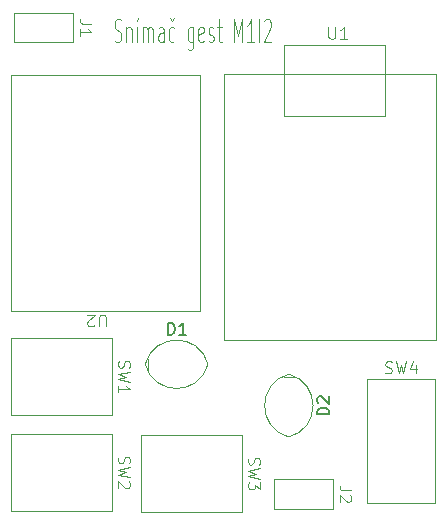
<source format=gbr>
%TF.GenerationSoftware,KiCad,Pcbnew,9.0.5+1*%
%TF.CreationDate,2025-11-07T16:33:50+01:00*%
%TF.ProjectId,PCB,5043422e-6b69-4636-9164-5f7063625858,rev?*%
%TF.SameCoordinates,Original*%
%TF.FileFunction,Legend,Top*%
%TF.FilePolarity,Positive*%
%FSLAX46Y46*%
G04 Gerber Fmt 4.6, Leading zero omitted, Abs format (unit mm)*
G04 Created by KiCad (PCBNEW 9.0.5+1) date 2025-11-07 16:33:50*
%MOMM*%
%LPD*%
G01*
G04 APERTURE LIST*
%ADD10C,0.100000*%
%ADD11C,0.150000*%
%ADD12C,0.120000*%
G04 APERTURE END LIST*
D10*
X-202243734Y11345200D02*
X-202100877Y11249961D01*
X-202100877Y11249961D02*
X-201862782Y11249961D01*
X-201862782Y11249961D02*
X-201767544Y11345200D01*
X-201767544Y11345200D02*
X-201719925Y11440438D01*
X-201719925Y11440438D02*
X-201672306Y11630914D01*
X-201672306Y11630914D02*
X-201672306Y11821390D01*
X-201672306Y11821390D02*
X-201719925Y12011866D01*
X-201719925Y12011866D02*
X-201767544Y12107104D01*
X-201767544Y12107104D02*
X-201862782Y12202342D01*
X-201862782Y12202342D02*
X-202053258Y12297580D01*
X-202053258Y12297580D02*
X-202148496Y12392819D01*
X-202148496Y12392819D02*
X-202196115Y12488057D01*
X-202196115Y12488057D02*
X-202243734Y12678533D01*
X-202243734Y12678533D02*
X-202243734Y12869009D01*
X-202243734Y12869009D02*
X-202196115Y13059485D01*
X-202196115Y13059485D02*
X-202148496Y13154723D01*
X-202148496Y13154723D02*
X-202053258Y13249961D01*
X-202053258Y13249961D02*
X-201815163Y13249961D01*
X-201815163Y13249961D02*
X-201672306Y13154723D01*
X-201243734Y12583295D02*
X-201243734Y11249961D01*
X-201243734Y12392819D02*
X-201196115Y12488057D01*
X-201196115Y12488057D02*
X-201100877Y12583295D01*
X-201100877Y12583295D02*
X-200958020Y12583295D01*
X-200958020Y12583295D02*
X-200862782Y12488057D01*
X-200862782Y12488057D02*
X-200815163Y12297580D01*
X-200815163Y12297580D02*
X-200815163Y11249961D01*
X-200338972Y11249961D02*
X-200338972Y12583295D01*
X-200243734Y13345200D02*
X-200386591Y13059485D01*
X-199862782Y11249961D02*
X-199862782Y12583295D01*
X-199862782Y12392819D02*
X-199815163Y12488057D01*
X-199815163Y12488057D02*
X-199719925Y12583295D01*
X-199719925Y12583295D02*
X-199577068Y12583295D01*
X-199577068Y12583295D02*
X-199481830Y12488057D01*
X-199481830Y12488057D02*
X-199434211Y12297580D01*
X-199434211Y12297580D02*
X-199434211Y11249961D01*
X-199434211Y12297580D02*
X-199386592Y12488057D01*
X-199386592Y12488057D02*
X-199291354Y12583295D01*
X-199291354Y12583295D02*
X-199148497Y12583295D01*
X-199148497Y12583295D02*
X-199053258Y12488057D01*
X-199053258Y12488057D02*
X-199005639Y12297580D01*
X-199005639Y12297580D02*
X-199005639Y11249961D01*
X-198100878Y11249961D02*
X-198100878Y12297580D01*
X-198100878Y12297580D02*
X-198148497Y12488057D01*
X-198148497Y12488057D02*
X-198243735Y12583295D01*
X-198243735Y12583295D02*
X-198434211Y12583295D01*
X-198434211Y12583295D02*
X-198529449Y12488057D01*
X-198100878Y11345200D02*
X-198196116Y11249961D01*
X-198196116Y11249961D02*
X-198434211Y11249961D01*
X-198434211Y11249961D02*
X-198529449Y11345200D01*
X-198529449Y11345200D02*
X-198577068Y11535676D01*
X-198577068Y11535676D02*
X-198577068Y11726152D01*
X-198577068Y11726152D02*
X-198529449Y11916628D01*
X-198529449Y11916628D02*
X-198434211Y12011866D01*
X-198434211Y12011866D02*
X-198196116Y12011866D01*
X-198196116Y12011866D02*
X-198100878Y12107104D01*
X-197196116Y11345200D02*
X-197291354Y11249961D01*
X-197291354Y11249961D02*
X-197481830Y11249961D01*
X-197481830Y11249961D02*
X-197577068Y11345200D01*
X-197577068Y11345200D02*
X-197624687Y11440438D01*
X-197624687Y11440438D02*
X-197672306Y11630914D01*
X-197672306Y11630914D02*
X-197672306Y12202342D01*
X-197672306Y12202342D02*
X-197624687Y12392819D01*
X-197624687Y12392819D02*
X-197577068Y12488057D01*
X-197577068Y12488057D02*
X-197481830Y12583295D01*
X-197481830Y12583295D02*
X-197291354Y12583295D01*
X-197291354Y12583295D02*
X-197196116Y12488057D01*
X-197577068Y13345200D02*
X-197386592Y13059485D01*
X-197386592Y13059485D02*
X-197196116Y13345200D01*
X-195577068Y12583295D02*
X-195577068Y10964247D01*
X-195577068Y10964247D02*
X-195624687Y10773771D01*
X-195624687Y10773771D02*
X-195672306Y10678533D01*
X-195672306Y10678533D02*
X-195767544Y10583295D01*
X-195767544Y10583295D02*
X-195910401Y10583295D01*
X-195910401Y10583295D02*
X-196005639Y10678533D01*
X-195577068Y11345200D02*
X-195672306Y11249961D01*
X-195672306Y11249961D02*
X-195862782Y11249961D01*
X-195862782Y11249961D02*
X-195958020Y11345200D01*
X-195958020Y11345200D02*
X-196005639Y11440438D01*
X-196005639Y11440438D02*
X-196053258Y11630914D01*
X-196053258Y11630914D02*
X-196053258Y12202342D01*
X-196053258Y12202342D02*
X-196005639Y12392819D01*
X-196005639Y12392819D02*
X-195958020Y12488057D01*
X-195958020Y12488057D02*
X-195862782Y12583295D01*
X-195862782Y12583295D02*
X-195672306Y12583295D01*
X-195672306Y12583295D02*
X-195577068Y12488057D01*
X-194719925Y11345200D02*
X-194815163Y11249961D01*
X-194815163Y11249961D02*
X-195005639Y11249961D01*
X-195005639Y11249961D02*
X-195100877Y11345200D01*
X-195100877Y11345200D02*
X-195148496Y11535676D01*
X-195148496Y11535676D02*
X-195148496Y12297580D01*
X-195148496Y12297580D02*
X-195100877Y12488057D01*
X-195100877Y12488057D02*
X-195005639Y12583295D01*
X-195005639Y12583295D02*
X-194815163Y12583295D01*
X-194815163Y12583295D02*
X-194719925Y12488057D01*
X-194719925Y12488057D02*
X-194672306Y12297580D01*
X-194672306Y12297580D02*
X-194672306Y12107104D01*
X-194672306Y12107104D02*
X-195148496Y11916628D01*
X-194291353Y11345200D02*
X-194196115Y11249961D01*
X-194196115Y11249961D02*
X-194005639Y11249961D01*
X-194005639Y11249961D02*
X-193910401Y11345200D01*
X-193910401Y11345200D02*
X-193862782Y11535676D01*
X-193862782Y11535676D02*
X-193862782Y11630914D01*
X-193862782Y11630914D02*
X-193910401Y11821390D01*
X-193910401Y11821390D02*
X-194005639Y11916628D01*
X-194005639Y11916628D02*
X-194148496Y11916628D01*
X-194148496Y11916628D02*
X-194243734Y12011866D01*
X-194243734Y12011866D02*
X-194291353Y12202342D01*
X-194291353Y12202342D02*
X-194291353Y12297580D01*
X-194291353Y12297580D02*
X-194243734Y12488057D01*
X-194243734Y12488057D02*
X-194148496Y12583295D01*
X-194148496Y12583295D02*
X-194005639Y12583295D01*
X-194005639Y12583295D02*
X-193910401Y12488057D01*
X-193577067Y12583295D02*
X-193196115Y12583295D01*
X-193434210Y13249961D02*
X-193434210Y11535676D01*
X-193434210Y11535676D02*
X-193386591Y11345200D01*
X-193386591Y11345200D02*
X-193291353Y11249961D01*
X-193291353Y11249961D02*
X-193196115Y11249961D01*
X-192100876Y11249961D02*
X-192100876Y13249961D01*
X-192100876Y13249961D02*
X-191767543Y11821390D01*
X-191767543Y11821390D02*
X-191434210Y13249961D01*
X-191434210Y13249961D02*
X-191434210Y11249961D01*
X-190434210Y11249961D02*
X-191005638Y11249961D01*
X-190719924Y11249961D02*
X-190719924Y13249961D01*
X-190719924Y13249961D02*
X-190815162Y12964247D01*
X-190815162Y12964247D02*
X-190910400Y12773771D01*
X-190910400Y12773771D02*
X-191005638Y12678533D01*
X-190005638Y11249961D02*
X-190005638Y13249961D01*
X-189577067Y13059485D02*
X-189529448Y13154723D01*
X-189529448Y13154723D02*
X-189434210Y13249961D01*
X-189434210Y13249961D02*
X-189196115Y13249961D01*
X-189196115Y13249961D02*
X-189100877Y13154723D01*
X-189100877Y13154723D02*
X-189053258Y13059485D01*
X-189053258Y13059485D02*
X-189005639Y12869009D01*
X-189005639Y12869009D02*
X-189005639Y12678533D01*
X-189005639Y12678533D02*
X-189053258Y12392819D01*
X-189053258Y12392819D02*
X-189624686Y11249961D01*
X-189624686Y11249961D02*
X-189005639Y11249961D01*
X-204207419Y12833333D02*
X-204921704Y12833333D01*
X-204921704Y12833333D02*
X-205064561Y12880952D01*
X-205064561Y12880952D02*
X-205159800Y12976190D01*
X-205159800Y12976190D02*
X-205207419Y13119047D01*
X-205207419Y13119047D02*
X-205207419Y13214285D01*
X-205207419Y11833333D02*
X-205207419Y12404761D01*
X-205207419Y12119047D02*
X-204207419Y12119047D01*
X-204207419Y12119047D02*
X-204350276Y12214285D01*
X-204350276Y12214285D02*
X-204445514Y12309523D01*
X-204445514Y12309523D02*
X-204493133Y12404761D01*
X-182207419Y-26666666D02*
X-182921704Y-26666666D01*
X-182921704Y-26666666D02*
X-183064561Y-26619047D01*
X-183064561Y-26619047D02*
X-183159800Y-26523809D01*
X-183159800Y-26523809D02*
X-183207419Y-26380952D01*
X-183207419Y-26380952D02*
X-183207419Y-26285714D01*
X-182302657Y-27095238D02*
X-182255038Y-27142857D01*
X-182255038Y-27142857D02*
X-182207419Y-27238095D01*
X-182207419Y-27238095D02*
X-182207419Y-27476190D01*
X-182207419Y-27476190D02*
X-182255038Y-27571428D01*
X-182255038Y-27571428D02*
X-182302657Y-27619047D01*
X-182302657Y-27619047D02*
X-182397895Y-27666666D01*
X-182397895Y-27666666D02*
X-182493133Y-27666666D01*
X-182493133Y-27666666D02*
X-182635990Y-27619047D01*
X-182635990Y-27619047D02*
X-183207419Y-27047619D01*
X-183207419Y-27047619D02*
X-183207419Y-27666666D01*
X-184146904Y12567580D02*
X-184146904Y11758057D01*
X-184146904Y11758057D02*
X-184099285Y11662819D01*
X-184099285Y11662819D02*
X-184051666Y11615200D01*
X-184051666Y11615200D02*
X-183956428Y11567580D01*
X-183956428Y11567580D02*
X-183765952Y11567580D01*
X-183765952Y11567580D02*
X-183670714Y11615200D01*
X-183670714Y11615200D02*
X-183623095Y11662819D01*
X-183623095Y11662819D02*
X-183575476Y11758057D01*
X-183575476Y11758057D02*
X-183575476Y12567580D01*
X-182575476Y11567580D02*
X-183146904Y11567580D01*
X-182861190Y11567580D02*
X-182861190Y12567580D01*
X-182861190Y12567580D02*
X-182956428Y12424723D01*
X-182956428Y12424723D02*
X-183051666Y12329485D01*
X-183051666Y12329485D02*
X-183146904Y12281866D01*
X-179333332Y-16709800D02*
X-179190475Y-16757419D01*
X-179190475Y-16757419D02*
X-178952380Y-16757419D01*
X-178952380Y-16757419D02*
X-178857142Y-16709800D01*
X-178857142Y-16709800D02*
X-178809523Y-16662180D01*
X-178809523Y-16662180D02*
X-178761904Y-16566942D01*
X-178761904Y-16566942D02*
X-178761904Y-16471704D01*
X-178761904Y-16471704D02*
X-178809523Y-16376466D01*
X-178809523Y-16376466D02*
X-178857142Y-16328847D01*
X-178857142Y-16328847D02*
X-178952380Y-16281228D01*
X-178952380Y-16281228D02*
X-179142856Y-16233609D01*
X-179142856Y-16233609D02*
X-179238094Y-16185990D01*
X-179238094Y-16185990D02*
X-179285713Y-16138371D01*
X-179285713Y-16138371D02*
X-179333332Y-16043133D01*
X-179333332Y-16043133D02*
X-179333332Y-15947895D01*
X-179333332Y-15947895D02*
X-179285713Y-15852657D01*
X-179285713Y-15852657D02*
X-179238094Y-15805038D01*
X-179238094Y-15805038D02*
X-179142856Y-15757419D01*
X-179142856Y-15757419D02*
X-178904761Y-15757419D01*
X-178904761Y-15757419D02*
X-178761904Y-15805038D01*
X-178428570Y-15757419D02*
X-178190475Y-16757419D01*
X-178190475Y-16757419D02*
X-177999999Y-16043133D01*
X-177999999Y-16043133D02*
X-177809523Y-16757419D01*
X-177809523Y-16757419D02*
X-177571428Y-15757419D01*
X-176761904Y-16090752D02*
X-176761904Y-16757419D01*
X-176999999Y-15709800D02*
X-177238094Y-16424085D01*
X-177238094Y-16424085D02*
X-176619047Y-16424085D01*
X-201909800Y-23816667D02*
X-201957419Y-23959524D01*
X-201957419Y-23959524D02*
X-201957419Y-24197619D01*
X-201957419Y-24197619D02*
X-201909800Y-24292857D01*
X-201909800Y-24292857D02*
X-201862180Y-24340476D01*
X-201862180Y-24340476D02*
X-201766942Y-24388095D01*
X-201766942Y-24388095D02*
X-201671704Y-24388095D01*
X-201671704Y-24388095D02*
X-201576466Y-24340476D01*
X-201576466Y-24340476D02*
X-201528847Y-24292857D01*
X-201528847Y-24292857D02*
X-201481228Y-24197619D01*
X-201481228Y-24197619D02*
X-201433609Y-24007143D01*
X-201433609Y-24007143D02*
X-201385990Y-23911905D01*
X-201385990Y-23911905D02*
X-201338371Y-23864286D01*
X-201338371Y-23864286D02*
X-201243133Y-23816667D01*
X-201243133Y-23816667D02*
X-201147895Y-23816667D01*
X-201147895Y-23816667D02*
X-201052657Y-23864286D01*
X-201052657Y-23864286D02*
X-201005038Y-23911905D01*
X-201005038Y-23911905D02*
X-200957419Y-24007143D01*
X-200957419Y-24007143D02*
X-200957419Y-24245238D01*
X-200957419Y-24245238D02*
X-201005038Y-24388095D01*
X-200957419Y-24721429D02*
X-201957419Y-24959524D01*
X-201957419Y-24959524D02*
X-201243133Y-25150000D01*
X-201243133Y-25150000D02*
X-201957419Y-25340476D01*
X-201957419Y-25340476D02*
X-200957419Y-25578572D01*
X-201052657Y-25911905D02*
X-201005038Y-25959524D01*
X-201005038Y-25959524D02*
X-200957419Y-26054762D01*
X-200957419Y-26054762D02*
X-200957419Y-26292857D01*
X-200957419Y-26292857D02*
X-201005038Y-26388095D01*
X-201005038Y-26388095D02*
X-201052657Y-26435714D01*
X-201052657Y-26435714D02*
X-201147895Y-26483333D01*
X-201147895Y-26483333D02*
X-201243133Y-26483333D01*
X-201243133Y-26483333D02*
X-201385990Y-26435714D01*
X-201385990Y-26435714D02*
X-201957419Y-25864286D01*
X-201957419Y-25864286D02*
X-201957419Y-26483333D01*
X-202988095Y-12792580D02*
X-202988095Y-11983057D01*
X-202988095Y-11983057D02*
X-203035714Y-11887819D01*
X-203035714Y-11887819D02*
X-203083333Y-11840200D01*
X-203083333Y-11840200D02*
X-203178571Y-11792580D01*
X-203178571Y-11792580D02*
X-203369047Y-11792580D01*
X-203369047Y-11792580D02*
X-203464285Y-11840200D01*
X-203464285Y-11840200D02*
X-203511904Y-11887819D01*
X-203511904Y-11887819D02*
X-203559523Y-11983057D01*
X-203559523Y-11983057D02*
X-203559523Y-12792580D01*
X-203988095Y-12697342D02*
X-204035714Y-12744961D01*
X-204035714Y-12744961D02*
X-204130952Y-12792580D01*
X-204130952Y-12792580D02*
X-204369047Y-12792580D01*
X-204369047Y-12792580D02*
X-204464285Y-12744961D01*
X-204464285Y-12744961D02*
X-204511904Y-12697342D01*
X-204511904Y-12697342D02*
X-204559523Y-12602104D01*
X-204559523Y-12602104D02*
X-204559523Y-12506866D01*
X-204559523Y-12506866D02*
X-204511904Y-12364009D01*
X-204511904Y-12364009D02*
X-203940476Y-11792580D01*
X-203940476Y-11792580D02*
X-204559523Y-11792580D01*
X-190909800Y-23916667D02*
X-190957419Y-24059524D01*
X-190957419Y-24059524D02*
X-190957419Y-24297619D01*
X-190957419Y-24297619D02*
X-190909800Y-24392857D01*
X-190909800Y-24392857D02*
X-190862180Y-24440476D01*
X-190862180Y-24440476D02*
X-190766942Y-24488095D01*
X-190766942Y-24488095D02*
X-190671704Y-24488095D01*
X-190671704Y-24488095D02*
X-190576466Y-24440476D01*
X-190576466Y-24440476D02*
X-190528847Y-24392857D01*
X-190528847Y-24392857D02*
X-190481228Y-24297619D01*
X-190481228Y-24297619D02*
X-190433609Y-24107143D01*
X-190433609Y-24107143D02*
X-190385990Y-24011905D01*
X-190385990Y-24011905D02*
X-190338371Y-23964286D01*
X-190338371Y-23964286D02*
X-190243133Y-23916667D01*
X-190243133Y-23916667D02*
X-190147895Y-23916667D01*
X-190147895Y-23916667D02*
X-190052657Y-23964286D01*
X-190052657Y-23964286D02*
X-190005038Y-24011905D01*
X-190005038Y-24011905D02*
X-189957419Y-24107143D01*
X-189957419Y-24107143D02*
X-189957419Y-24345238D01*
X-189957419Y-24345238D02*
X-190005038Y-24488095D01*
X-189957419Y-24821429D02*
X-190957419Y-25059524D01*
X-190957419Y-25059524D02*
X-190243133Y-25250000D01*
X-190243133Y-25250000D02*
X-190957419Y-25440476D01*
X-190957419Y-25440476D02*
X-189957419Y-25678572D01*
X-189957419Y-25964286D02*
X-189957419Y-26583333D01*
X-189957419Y-26583333D02*
X-190338371Y-26250000D01*
X-190338371Y-26250000D02*
X-190338371Y-26392857D01*
X-190338371Y-26392857D02*
X-190385990Y-26488095D01*
X-190385990Y-26488095D02*
X-190433609Y-26535714D01*
X-190433609Y-26535714D02*
X-190528847Y-26583333D01*
X-190528847Y-26583333D02*
X-190766942Y-26583333D01*
X-190766942Y-26583333D02*
X-190862180Y-26535714D01*
X-190862180Y-26535714D02*
X-190909800Y-26488095D01*
X-190909800Y-26488095D02*
X-190957419Y-26392857D01*
X-190957419Y-26392857D02*
X-190957419Y-26107143D01*
X-190957419Y-26107143D02*
X-190909800Y-26011905D01*
X-190909800Y-26011905D02*
X-190862180Y-25964286D01*
D11*
X-197738094Y-13494819D02*
X-197738094Y-12494819D01*
X-197738094Y-12494819D02*
X-197499999Y-12494819D01*
X-197499999Y-12494819D02*
X-197357142Y-12542438D01*
X-197357142Y-12542438D02*
X-197261904Y-12637676D01*
X-197261904Y-12637676D02*
X-197214285Y-12732914D01*
X-197214285Y-12732914D02*
X-197166666Y-12923390D01*
X-197166666Y-12923390D02*
X-197166666Y-13066247D01*
X-197166666Y-13066247D02*
X-197214285Y-13256723D01*
X-197214285Y-13256723D02*
X-197261904Y-13351961D01*
X-197261904Y-13351961D02*
X-197357142Y-13447200D01*
X-197357142Y-13447200D02*
X-197499999Y-13494819D01*
X-197499999Y-13494819D02*
X-197738094Y-13494819D01*
X-196214285Y-13494819D02*
X-196785713Y-13494819D01*
X-196499999Y-13494819D02*
X-196499999Y-12494819D01*
X-196499999Y-12494819D02*
X-196595237Y-12637676D01*
X-196595237Y-12637676D02*
X-196690475Y-12732914D01*
X-196690475Y-12732914D02*
X-196785713Y-12780533D01*
X-184085180Y-20238094D02*
X-185085180Y-20238094D01*
X-185085180Y-20238094D02*
X-185085180Y-19999999D01*
X-185085180Y-19999999D02*
X-185037561Y-19857142D01*
X-185037561Y-19857142D02*
X-184942323Y-19761904D01*
X-184942323Y-19761904D02*
X-184847085Y-19714285D01*
X-184847085Y-19714285D02*
X-184656609Y-19666666D01*
X-184656609Y-19666666D02*
X-184513752Y-19666666D01*
X-184513752Y-19666666D02*
X-184323276Y-19714285D01*
X-184323276Y-19714285D02*
X-184228038Y-19761904D01*
X-184228038Y-19761904D02*
X-184132800Y-19857142D01*
X-184132800Y-19857142D02*
X-184085180Y-19999999D01*
X-184085180Y-19999999D02*
X-184085180Y-20238094D01*
X-184989942Y-19285713D02*
X-185037561Y-19238094D01*
X-185037561Y-19238094D02*
X-185085180Y-19142856D01*
X-185085180Y-19142856D02*
X-185085180Y-18904761D01*
X-185085180Y-18904761D02*
X-185037561Y-18809523D01*
X-185037561Y-18809523D02*
X-184989942Y-18761904D01*
X-184989942Y-18761904D02*
X-184894704Y-18714285D01*
X-184894704Y-18714285D02*
X-184799466Y-18714285D01*
X-184799466Y-18714285D02*
X-184656609Y-18761904D01*
X-184656609Y-18761904D02*
X-184085180Y-19333332D01*
X-184085180Y-19333332D02*
X-184085180Y-18714285D01*
D10*
X-201909800Y-15716667D02*
X-201957419Y-15859524D01*
X-201957419Y-15859524D02*
X-201957419Y-16097619D01*
X-201957419Y-16097619D02*
X-201909800Y-16192857D01*
X-201909800Y-16192857D02*
X-201862180Y-16240476D01*
X-201862180Y-16240476D02*
X-201766942Y-16288095D01*
X-201766942Y-16288095D02*
X-201671704Y-16288095D01*
X-201671704Y-16288095D02*
X-201576466Y-16240476D01*
X-201576466Y-16240476D02*
X-201528847Y-16192857D01*
X-201528847Y-16192857D02*
X-201481228Y-16097619D01*
X-201481228Y-16097619D02*
X-201433609Y-15907143D01*
X-201433609Y-15907143D02*
X-201385990Y-15811905D01*
X-201385990Y-15811905D02*
X-201338371Y-15764286D01*
X-201338371Y-15764286D02*
X-201243133Y-15716667D01*
X-201243133Y-15716667D02*
X-201147895Y-15716667D01*
X-201147895Y-15716667D02*
X-201052657Y-15764286D01*
X-201052657Y-15764286D02*
X-201005038Y-15811905D01*
X-201005038Y-15811905D02*
X-200957419Y-15907143D01*
X-200957419Y-15907143D02*
X-200957419Y-16145238D01*
X-200957419Y-16145238D02*
X-201005038Y-16288095D01*
X-200957419Y-16621429D02*
X-201957419Y-16859524D01*
X-201957419Y-16859524D02*
X-201243133Y-17050000D01*
X-201243133Y-17050000D02*
X-201957419Y-17240476D01*
X-201957419Y-17240476D02*
X-200957419Y-17478572D01*
X-201957419Y-18383333D02*
X-201957419Y-17811905D01*
X-201957419Y-18097619D02*
X-200957419Y-18097619D01*
X-200957419Y-18097619D02*
X-201100276Y-18002381D01*
X-201100276Y-18002381D02*
X-201195514Y-17907143D01*
X-201195514Y-17907143D02*
X-201243133Y-17811905D01*
%TO.C,J1*%
X-205750000Y13750000D02*
X-210750000Y13750000D01*
X-210750000Y11250000D01*
X-205750000Y11250000D01*
X-205750000Y13750000D01*
%TO.C,J2*%
X-183750000Y-25750000D02*
X-188750000Y-25750000D01*
X-188750000Y-28250000D01*
X-183750000Y-28250000D01*
X-183750000Y-25750000D01*
%TO.C,U1*%
X-193005000Y8565000D02*
X-175005000Y8565000D01*
X-175005000Y-13975000D01*
X-193005000Y-13975000D01*
X-193005000Y8565000D01*
X-187885000Y11025000D02*
X-179385000Y11025000D01*
X-179385000Y5025000D01*
X-187885000Y5025000D01*
X-187885000Y11025000D01*
%TO.C,SW4*%
X-180900000Y-17250000D02*
X-175100000Y-17250000D01*
X-175100000Y-27750000D01*
X-180900000Y-27750000D01*
X-180900000Y-17250000D01*
%TO.C,SW2*%
X-202500000Y-21900000D02*
X-211000000Y-21900000D01*
X-211000000Y-28400000D01*
X-202500000Y-28400000D01*
X-202500000Y-21900000D01*
%TO.C,U2*%
X-195000000Y-11500000D02*
X-211000000Y-11500000D01*
X-211000000Y8500000D01*
X-195000000Y8500000D01*
X-195000000Y-11500000D01*
%TO.C,SW3*%
X-191500000Y-22000000D02*
X-200000000Y-22000000D01*
X-200000000Y-28500000D01*
X-191500000Y-28500000D01*
X-191500000Y-22000000D01*
D12*
%TO.C,D1*%
X-199420000Y-15596000D02*
X-199420000Y-16404000D01*
X-199660000Y-16000000D02*
G75*
G02*
X-194340000Y-16000000I2660000J-699999D01*
G01*
X-194340000Y-16000000D02*
G75*
G02*
X-199660000Y-16000000I-2660000J699999D01*
G01*
%TO.C,D2*%
X-187096000Y-17080000D02*
X-187904000Y-17080000D01*
X-187500000Y-16840000D02*
G75*
G02*
X-187500000Y-22160000I-699999J-2660000D01*
G01*
X-187500000Y-22160000D02*
G75*
G02*
X-187500000Y-16840000I699999J2660000D01*
G01*
%TO.C,SW1*%
D10*
X-202500000Y-13800000D02*
X-211000000Y-13800000D01*
X-211000000Y-20300000D01*
X-202500000Y-20300000D01*
X-202500000Y-13800000D01*
%TD*%
M02*

</source>
